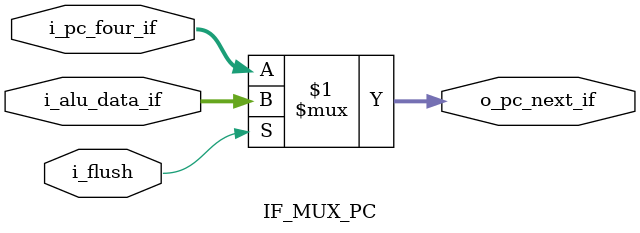
<source format=sv>
module IF_MUX_PC(
    input logic  [31:0]       i_alu_data_if,
    input logic  [31:0]       i_pc_four_if ,
    input logic               i_flush      ,
    output logic [31:0]       o_pc_next_if
);

assign o_pc_next_if = i_flush ? i_alu_data_if : i_pc_four_if;

endmodule 
</source>
